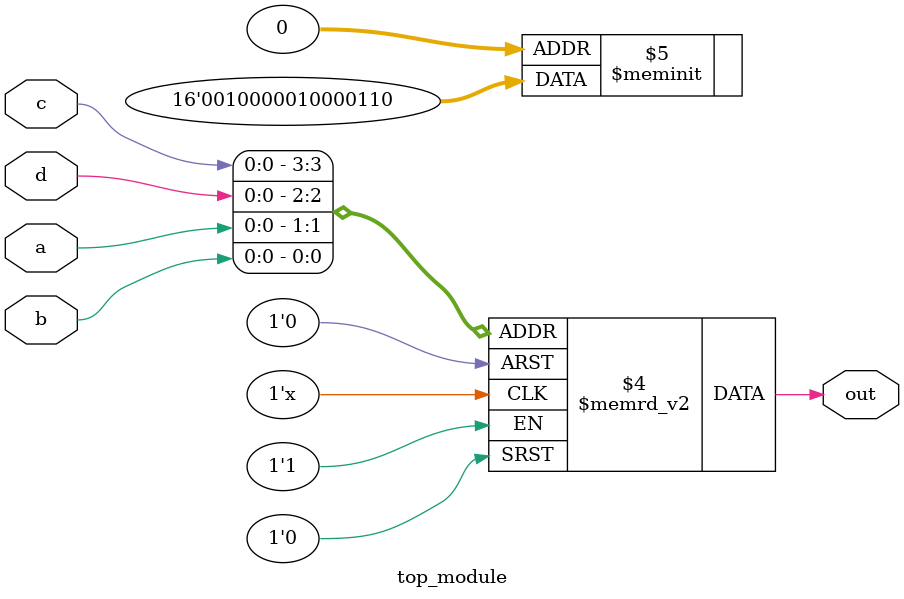
<source format=sv>
module top_module (
    input a, 
    input b,
    input c,
    input d,
    output reg out
);

always @(*) begin
    case ({c, d, a, b})
        4'b0000: out = 0;
        4'b0001: out = 1;
        4'b0011: out = 0;
        4'b0010: out = 1;
        4'b0111: out = 1;
        4'b0110: out = 0;
        4'b1100: out = 0;
        4'b1101: out = 1;
        default: out = 0;
    endcase
end

endmodule

</source>
